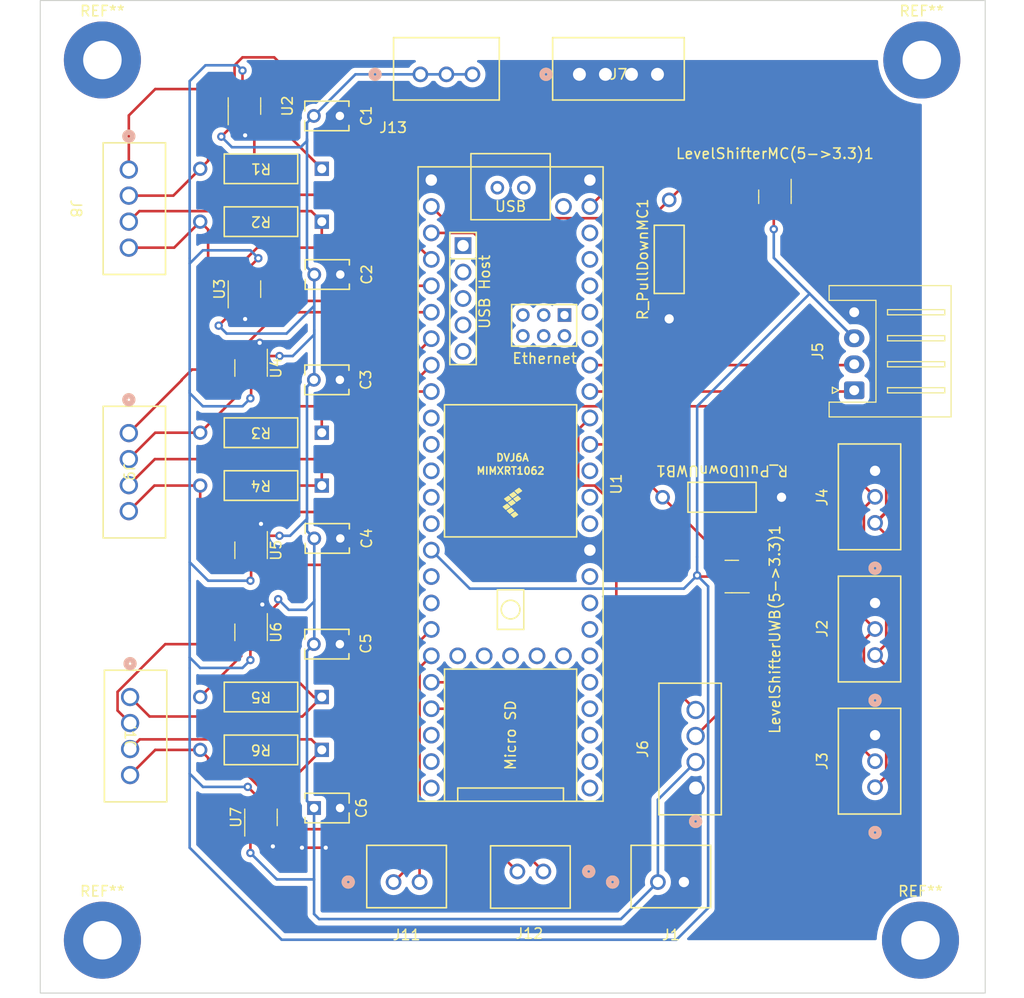
<source format=kicad_pcb>
(kicad_pcb (version 20221018) (generator pcbnew)
  (layers (0 "F.Cu" signal) (31 "B.Cu" signal) (34 "B.Paste" user) (35 "F.Paste" user) (36 "B.SilkS" user "B.Silkscreen") (37 "F.SilkS" user "F.Silkscreen") (38 "B.Mask" user) (39 "F.Mask" user) (44 "Edge.Cuts" user))
  (net 0 "")
  (net 1 "+3.3V")
  (net 2 "+5V")
  (net 3 "GND")
  (net 4 "/A")
  (net 5 "/A'")
  (net 6 "/B")
  (net 7 "/B'")
  (net 8 "/A1")
  (net 9 "/A1'")
  (net 10 "/B1")
  (net 11 "/B1'")
  (net 12 "/A2")
  (net 13 "/A2'")
  (net 14 "/B2")
  (net 15 "/B2'")
  (net 16 "/RX")
  (net 17 "/TX")
  (net 18 "/SDA")
  (net 19 "/SCL")
  (net 20 "/RX1")
  (net 21 "/TX1")
  (net 25 "Net-(LevelShifterMC(5->3.3)1-S)")
  (net 26 "Net-(LevelShifterUWB(5->3.3)1-S)")
  (net 27 "/WCLK1")
  (net 28 "/WDAT1")
  (net 29 "/WCLK2")
  (net 30 "/WDAT2")
  (net 31 "/EncA")
  (net 32 "/EncB")
  (net 33 "/Enc1A")
  (net 34 "/Enc1B")
  (net 35 "/Enc2A")
  (net 36 "/Enc2B")
  (footprint "teensy:4pinJST" (layer "F.Cu") (at 165.844 120.378 90)
    (fp_text reference "J6")
    (fp_text value "UWB1" hide)
  )
  (footprint "Connector_JST:JST_XH_S4B-XH-A_1x04_P2.50mm_Horizontal" (layer "F.Cu") (at 181.084 82.158 90)
    (fp_text reference "J5")
    (fp_text value "CurrSB" hide)
  )
  (footprint "teensy:100ohmRnew" (layer "F.Cu") (at 129.921 86.233 180)
    (fp_text reference "R3")
    (fp_text value "100" hide)
  )
  (footprint "Package_TO_SOT_SMD:SOT-23-6" (layer "F.Cu") (at 122.489 72.4355 90)
    (fp_text reference "U3")
    (fp_text value "MAX3284E" hide)
  )
  (footprint "teensy:4pinJST" (layer "F.Cu") (at 111.379 60.953 -90)
    (fp_text reference "J8")
    (fp_text value "ENC1" hide)
  )
  (footprint "teensy:100ohmRnew" (layer "F.Cu") (at 129.921 91.313 180)
    (fp_text reference "R4")
    (fp_text value "100" hide)
  )
  (footprint "teensy:4pinJST" (layer "F.Cu") (at 111.499 111.633 -90)
    (fp_text reference "J10")
    (fp_text value "ENC3" hide)
  )
  (footprint "teensy:Teensy41" (layer "F.Cu") (at 148.064 91.168 -90)
    (fp_text reference "U1")
    (fp_text value "Teensy4.1")
  )
  (footprint "Package_TO_SOT_SMD:SOT-23" (layer "F.Cu") (at 173.464 63.5605 -90)
    (fp_text reference "LevelShifterMC(5->3.3)1")
    (fp_text value "BSS138" hide)
  )
  (footprint "teensy:0.1uFCap" (layer "F.Cu") (at 131.699 96.393 180)
    (fp_text reference "C4")
    (fp_text value "0.1u" hide)
  )
  (footprint "teensy:4pinJST" (layer "F.Cu") (at 111.379 86.273 -90)
    (fp_text reference "J9")
    (fp_text value "ENC2" hide)
  )
  (footprint "teensy:0.1uFCap" (layer "F.Cu") (at 131.659 55.793 180)
    (fp_text reference "C1")
    (fp_text value "0.1u" hide)
  )
  (footprint "Package_TO_SOT_SMD:SOT-23-6" (layer "F.Cu") (at 124.079 123.1955 90)
    (fp_text reference "U7")
    (fp_text value "MAX3284E" hide)
  )
  (footprint "Package_TO_SOT_SMD:SOT-23-6" (layer "F.Cu") (at 123.129 97.5305 -90)
    (fp_text reference "U5")
    (fp_text value "MAX3284E" hide)
  )
  (footprint "teensy:100ohmRnew" (layer "F.Cu") (at 129.921 111.633 180)
    (fp_text reference "R5")
    (fp_text value "100" hide)
  )
  (footprint "teensy:3pinJST" (layer "F.Cu") (at 183.08685 94.898 90)
    (fp_text reference "J4")
    (fp_text value "MC3" hide)
  )
  (footprint "teensy:100ohmRnew" (layer "F.Cu") (at 129.921 116.713 180)
    (fp_text reference "R6")
    (fp_text value "100" hide)
  )
  (footprint "teensy:4pinJST" (layer "F.Cu") (at 154.679 51.798)
    (fp_text reference "J7")
    (fp_text value "GND1" hide)
  )
  (footprint "teensy:2pinJST" (layer "F.Cu") (at 136.819 129.413)
    (fp_text reference "J11")
    (fp_text value "LoadCell1" hide)
  )
  (footprint "teensy:3pinJST" (layer "F.Cu") (at 183.08685 107.598 90)
    (fp_text reference "J2")
    (fp_text value "MC1" hide)
  )
  (footprint "teensy:3pinJST" (layer "F.Cu") (at 183.08685 120.298 90)
    (fp_text reference "J3")
    (fp_text value "MC2" hide)
  )
  (footprint "MountingHole:MountingHole_3.7mm_Pad" (layer "F.Cu") (at 108.839 50.419)
    (fp_text reference "REF**")
    (fp_text value "MountingHole_3.7mm_Pad")
  )
  (footprint "MountingHole:MountingHole_3.7mm_Pad" (layer "F.Cu") (at 187.579 50.419)
    (fp_text reference "REF**")
    (fp_text value "MountingHole_3.7mm_Pad")
  )
  (footprint "teensy:0.1uFCap" (layer "F.Cu") (at 129.179 122.301)
    (fp_text reference "C6")
    (fp_text value "0.1u" hide)
  )
  (footprint "teensy:100ohmRnew" (layer "F.Cu") (at 129.921 60.873 180)
    (fp_text reference "R1")
    (fp_text value "100" hide)
  )
  (footprint "teensy:2pinJST" (layer "F.Cu") (at 162.219 129.413)
    (fp_text reference "J1")
    (fp_text value "POWER" hide)
  )
  (footprint "teensy:10kOhmRes" (layer "F.Cu") (at 174.099 92.438 180)
    (fp_text reference "R_PullDownUWB1")
    (fp_text value "10k" hide)
  )
  (footprint "teensy:3pinJST" (layer "F.Cu") (at 139.399 51.798)
    (fp_text reference "J13")
    (fp_text value "5V1" hide)
  )
  (footprint "MountingHole:MountingHole_3.7mm_Pad" (layer "F.Cu") (at 108.839 135.001)
    (fp_text reference "REF**")
    (fp_text value "MountingHole_3.7mm_Pad")
  )
  (footprint "teensy:100ohmRnew" (layer "F.Cu") (at 129.921 65.953 180)
    (fp_text reference "R2")
    (fp_text value "100" hide)
  )
  (footprint "Package_TO_SOT_SMD:SOT-23" (layer "F.Cu") (at 169.3215 100.058 180)
    (fp_text reference "LevelShifterUWB(5->3.3)1")
    (fp_text value "BSS138" hide)
  )
  (footprint "teensy:10kOhmRes" (layer "F.Cu") (at 163.304 75.293 90)
    (fp_text reference "R_PullDownMC1")
    (fp_text value "10k" hide)
  )
  (footprint "MountingHole:MountingHole_3.7mm_Pad" (layer "F.Cu") (at 187.452 135.001)
    (fp_text reference "REF**")
    (fp_text value "MountingHole_3.7mm_Pad")
  )
  (footprint "teensy:2pinJST" (layer "F.Cu") (at 151.217 128.397 180)
    (fp_text reference "J12")
    (fp_text value "LoadCell2" hide)
  )
  (footprint "Package_TO_SOT_SMD:SOT-23-6" (layer "F.Cu") (at 122.489 54.843 90)
    (fp_text reference "U2")
    (fp_text value "MAX3284E" hide)
  )
  (footprint "Package_TO_SOT_SMD:SOT-23-6" (layer "F.Cu") (at 123.129 80.0155 -90)
    (fp_text reference "U4")
    (fp_text value "MAX3284E" hide)
  )
  (footprint "teensy:0.1uFCap" (layer "F.Cu") (at 131.659 81.153 180)
    (fp_text reference "C3")
    (fp_text value "0.1u" hide)
  )
  (footprint "Package_TO_SOT_SMD:SOT-23-6" (layer "F.Cu") (at 123.129 105.4155 -90)
    (fp_text reference "U6")
    (fp_text value "MAX3284E" hide)
  )
  (footprint "teensy:0.1uFCap" (layer "F.Cu") (at 131.659 106.553 180)
    (fp_text reference "C5")
    (fp_text value "0.1u" hide)
  )
  (footprint "teensy:0.1uFCap" (layer "F.Cu") (at 131.699 71.033 180)
    (fp_text reference "C2")
    (fp_text value "0.1u" hide)
  )
  (gr_rect (start 102.87 44.704) (end 193.675 140.081) (stroke (width 0.1)) (fill none) (layer "Edge.Cuts"))
  (segment (start 123.129 98.668) (end 123.129 100.391) (width 0.25) (layer "F.Cu") (net 1))
  (segment (start 123.129 100.391) (end 123.063 100.457) (width 0.25) (layer "F.Cu") (net 1))
  (segment (start 158.6215 61.5605) (end 155.684 64.498) (width 0.25) (layer "F.Cu") (net 1))
  (segment (start 168.384 100.058) (end 166.098 100.058) (width 0.25) (layer "F.Cu") (net 1))
  (segment (start 173.464 64.498) (end 173.464 62.159592) (width 0.25) (layer "F.Cu") (net 1))
  (segment (start 123.063 108.077) (end 123.063 106.619) (width 0.25) (layer "F.Cu") (net 1))
  (segment (start 123.129 81.153) (end 123.129 82.865) (width 0.25) (layer "F.Cu") (net 1))
  (segment (start 123.129 82.865) (end 123.063 82.931) (width 0.25) (layer "F.Cu") (net 1))
  (segment (start 122.301 53.5175) (end 122.489 53.7055) (width 0.25) (layer "F.Cu") (net 1))
  (segment (start 173.464 62.159592) (end 172.864908 61.5605) (width 0.25) (layer "F.Cu") (net 1))
  (segment (start 173.355 66.675) (end 173.355 64.607) (width 0.25) (layer "F.Cu") (net 1))
  (segment (start 173.355 64.607) (end 173.464 64.498) (width 0.25) (layer "F.Cu") (net 1))
  (segment (start 123.063 106.619) (end 123.129 106.553) (width 0.25) (layer "F.Cu") (net 1))
  (segment (start 122.301 51.435) (end 122.301 53.5175) (width 0.25) (layer "F.Cu") (net 1))
  (segment (start 124.079 121.539) (end 124.079 122.058) (width 0.25) (layer "F.Cu") (net 1))
  (segment (start 122.809 120.269) (end 124.079 121.539) (width 0.25) (layer "F.Cu") (net 1))
  (segment (start 172.864908 61.5605) (end 158.6215 61.5605) (width 0.25) (layer "F.Cu") (net 1))
  (segment (start 122.489 70.805) (end 123.825 69.469) (width 0.25) (layer "F.Cu") (net 1))
  (segment (start 122.489 71.298) (end 122.489 70.805) (width 0.25) (layer "F.Cu") (net 1))
  (segment (start 166.098 100.058) (end 165.989 99.949) (width 0.25) (layer "F.Cu") (net 1))
  (via (at 173.355 66.675) (size 0.8) (drill 0.4) (layers "F.Cu" "B.Cu") (net 1))
  (via (at 123.063 82.931) (size 0.8) (drill 0.4) (layers "F.Cu" "B.Cu") (net 1))
  (via (at 123.063 108.077) (size 0.8) (drill 0.4) (layers "F.Cu" "B.Cu") (net 1))
  (via (at 123.063 100.457) (size 0.8) (drill 0.4) (layers "F.Cu" "B.Cu") (net 1))
  (via (at 122.301 51.435) (size 0.8) (drill 0.4) (layers "F.Cu" "B.Cu") (net 1))
  (via (at 123.825 69.469) (size 0.8) (drill 0.4) (layers "F.Cu" "B.Cu") (net 1))
  (via (at 165.989 99.949) (size 0.8) (drill 0.4) (layers "F.Cu" "B.Cu") (net 1))
  (via (at 122.809 120.269) (size 0.8) (drill 0.4) (layers "F.Cu" "B.Cu") (net 1))
  (segment (start 117.2262 118.999) (end 117.2262 108.839) (width 0.25) (layer "B.Cu") (net 1))
  (segment (start 118.237 108.839) (end 117.2262 107.8282) (width 0.25) (layer "B.Cu") (net 1))
  (segment (start 117.2262 69.469) (end 117.2262 52.4458) (width 0.25) (layer "B.Cu") (net 1))
  (segment (start 144.145 101.219) (end 164.719 101.219) (width 0.25) (layer "B.Cu") (net 1))
  (segment (start 167.0453 101.0053) (end 165.989 99.949) (width 0.25) (layer "B.Cu") (net 1))
  (segment (start 165.989 98.171) (end 165.989 99.949) (width 0.25) (layer "B.Cu") (net 1))
  (segment (start 118.4962 120.269) (end 117.2262 118.999) (width 0.25) (layer "B.Cu") (net 1))
  (segment (start 164.002 134.956) (end 167.0453 131.9127) (width 0.25) (layer "B.Cu") (net 1))
  (segment (start 176.804 72.878) (end 165.989 83.693) (width 0.25) (layer "B.Cu") (net 1))
  (segment (start 167.0453 131.9127) (end 167.0453 101.0053) (width 0.25) (layer "B.Cu") (net 1))
  (segment (start 119.0042 100.457) (end 117.2262 98.679) (width 0.25) (layer "B.Cu") (net 1))
  (segment (start 117.2262 82.4282) (end 117.2262 82.169) (width 0.25) (layer "B.Cu") (net 1))
  (segment (start 121.793 50.927) (end 122.301 51.435) (width 0.25) (layer "B.Cu") (net 1))
  (segment (start 123.063 82.931) (end 122.301 83.693) (width 0.25) (layer "B.Cu") (net 1))
  (segment (start 123.063 68.707) (end 123.825 69.469) (width 0.25) (layer "B.Cu") (net 1))
  (segment (start 118.4962 68.707) (end 123.063 68.707) (width 0.25) (layer "B.Cu") (net 1))
  (segment (start 164.719 101.219) (end 165.989 99.949) (width 0.25) (layer "B.Cu") (net 1))
  (segment (start 117.2262 126.1162) (end 126.066 134.956) (width 0.25) (layer "B.Cu") (net 1))
  (segment (start 123.063 108.077) (end 122.301 108.839) (width 0.25) (layer "B.Cu") (net 1))
  (segment (start 176.804 72.878) (end 173.355 69.429) (width 0.25) (layer "B.Cu") (net 1))
  (segment (start 117.2262 118.999) (end 117.2262 126.1162) (width 0.25) (layer "B.Cu") (net 1))
  (segment (start 117.2262 82.169) (end 117.2262 69.977) (width 0.25) (layer "B.Cu") (net 1))
  (segment (start 123.063 100.457) (end 119.0042 100.457) (width 0.25) (layer "B.Cu") (net 1))
  (segment (start 118.745 50.927) (end 121.793 50.927) (width 0.25) (layer "B.Cu") (net 1))
  (segment (start 122.301 83.693) (end 118.491 83.693) (width 0.25) (layer "B.Cu") (net 1))
  (segment (start 140.444 97.518) (end 144.145 101.219) (width 0.25) (layer "B.Cu") (net 1))
  (segment (start 122.809 120.269) (end 118.4962 120.269) (width 0.25) (layer "B.Cu") (net 1))
  (segment (start 117.2262 108.839) (end 117.2262 107.823) (width 0.25) (layer "B.Cu") (net 1))
  (segment (start 117.2262 52.4458) (end 118.745 50.927) (width 0.25) (layer "B.Cu") (net 1))
  (segment (start 181.084 77.158) (end 176.804 72.878) (width 0.25) (layer "B.Cu") (net 1))
  (segment (start 173.355 69.429) (end 173.355 66.675) (width 0.25) (layer "B.Cu") (net 1))
  (segment (start 165.989 100.203) (end 165.989 99.949) (width 0.25) (layer "B.Cu") (net 1))
  (segment (start 117.2262 100.457) (end 117.2262 98.679) (width 0.25) (layer "B.Cu") (net 1))
  (segment (start 117.2262 83.185) (end 117.2262 82.169) (width 0.25) (layer "B.Cu") (net 1))
  (segment (start 165.989 83.693) (end 165.989 98.171) (width 0.25) (layer "B.Cu") (net 1))
  (segment (start 117.2262 69.977) (end 117.2262 69.469) (width 0.25) (layer "B.Cu") (net 1))
  (segment (start 117.2262 69.977) (end 118.4962 68.707) (width 0.25) (layer "B.Cu") (net 1))
  (segment (start 122.301 108.839) (end 118.237 108.839) (width 0.25) (layer "B.Cu") (net 1))
  (segment (start 117.2262 107.8282) (end 117.2262 107.823) (width 0.25) (layer "B.Cu") (net 1))
  (segment (start 117.2262 107.823) (end 117.2262 100.457) (width 0.25) (layer "B.Cu") (net 1))
  (segment (start 117.2262 98.679) (end 117.2262 83.185) (width 0.25) (layer "B.Cu") (net 1))
  (segment (start 118.491 83.693) (end 117.2262 82.4282) (width 0.25) (layer "B.Cu") (net 1))
  (segment (start 126.066 134.956) (end 164.002 134.956) (width 0.25) (layer "B.Cu") (net 1))
  (segment (start 125.857 96.139) (end 124.333 96.139) (width 0.25) (layer "F.Cu") (net 2))
  (segment (start 121.539 74.422) (end 121.539 73.573) (width 0.25) (layer "F.Cu") (net 2))
  (segment (start 123.063 124.399) (end 123.129 124.333) (width 0.25) (layer "F.Cu") (net 2))
  (segment (start 121.539 55.9805) (end 121.539 56.515) (width 0.25) (layer "F.Cu") (net 2))
  (segment (start 125.857 78.867) (end 124.09 78.867) (width 0.25) (layer "F.Cu") (net 2))
  (segment (start 120.015 75.946) (end 121.539 74.422) (width 0.25) (layer "F.Cu") (net 2))
  (segment (start 124.333 96.139) (end 124.079 96.393) (width 0.25) (layer "F.Cu") (net 2))
  (segment (start 124.09 78.867) (end 124.079 78.878) (width 0.25) (layer "F.Cu") (net 2))
  (segment (start 121.539 56.515) (end 120.269 57.785) (width 0.25) (layer "F.Cu") (net 2))
  (segment (start 124.079 104.278) (end 125.73 102.627) (width 0.25) (layer "F.Cu") (net 2))
  (segment (start 123.063 126.619) (end 123.063 124.399) (width 0.25) (layer "F.Cu") (net 2))
  (segment (start 125.73 102.627) (end 125.73 102.235) (width 0.25) (layer "F.Cu") (net 2))
  (via (at 120.015 75.946) (size 0.8) (drill 0.4) (layers "F.Cu" "B.Cu") (net 2))
  (via (at 125.73 102.235) (size 0.8) (drill 0.4) (layers "F.Cu" "B.Cu") (net 2))
  (via (at 125.857 78.867) (size 0.8) (drill 0.4) (layers "F.Cu" "B.Cu") (net 2))
  (via (at 123.063 126.619) (size 0.8) (drill 0.4) (layers "F.Cu" "B.Cu") (net 2))
  (via (at 120.269 57.785) (size 0.8) (drill 0.4) (layers "F.Cu" "B.Cu") (net 2))
  (via (at 125.857 96.139) (size 0.8) (drill 0.4) (layers "F.Cu" "B.Cu") (net 2))
  (segment (start 128.4986 107.2134) (end 128.4986 121.6206) (width 0.25) (layer "B.Cu") (net 2))
  (segment (start 128.4986 121.6206) (end 129.179 122.301) (width 0.25) (layer "B.Cu") (net 2))
  (segment (start 129.179 122.301) (end 129.179 129.159) (width 0.25) (layer "B.Cu") (net 2))
  (segment (start 126.532 76.708) (end 129.199 74.041) (width 0.25) (layer "B.Cu") (net 2))
  (segment (start 128.4986 95.6926) (end 129.199 96.393) (width 0.25) (layer "B.Cu") (net 2))
  (segment (start 129.199 81.113) (end 129.159 81.153) (width 0.25) (layer "B.Cu") (net 2))
  (segment (start 133.154 51.798) (end 129.159 55.793) (width 0.25) (layer "B.Cu") (net 2))
  (segment (start 129.199 76.327) (end 129.199 78.359) (width 0.25) (layer "B.Cu") (net 2))
  (segment (start 162.219 129.413) (end 162.219 121.503) (width 0.25) (layer "B.Cu") (net 2))
  (segment (start 128.4986 81.8134) (end 128.4986 94.361) (width 0.25) (layer "B.Cu") (net 2))
  (segment (start 129.159 81.153) (end 128.4986 81.8134) (width 0.25) (layer "B.Cu") (net 2))
  (segment (start 126.746 103.251) (end 125.73 102.235) (width 0.25) (layer "B.Cu") (net 2))
  (segment (start 121.285 58.801) (end 120.269 57.785) (width 0.25) (layer "B.Cu") (net 2))
  (segment (start 128.4986 70.3326) (end 129.199 71.033) (width 0.25) (layer "B.Cu") (net 2))
  (segment (start 129.199 102.235) (end 129.199 102.743) (width 0.25) (layer "B.Cu") (net 2))
  (segment (start 129.199 76.327) (end 129.199 76.795) (width 0.25) (layer "B.Cu") (net 2))
  (segment (start 129.159 106.553) (end 128.4986 107.2134) (width 0.25) (layer "B.Cu") (net 2))
  (segment (start 129.199 102.235) (end 129.199 102.449) (width 0.25) (layer "B.Cu") (net 2))
  (segment (start 139.399 51.798) (end 133.154 51.798) (width 0.25) (layer "B.Cu") (net 2))
  (segment (start 128.4986 56.4534) (end 128.4986 58.039) (width 0.25) (layer "B.Cu") (net 2))
  (segment (start 120.015 75.946) (end 120.777 76.708) (width 0.25) (layer "B.Cu") (net 2))
  (segment (start 139.399 51.798) (end 141.899 51.798) (width 0.25) (layer "B.Cu") (net 2))
  (segment (start 129.199 71.033) (end 129.199 74.041) (width 0.25) (layer "B.Cu") (net 2))
  (segment (start 128.4986 58.1914) (end 127.889 58.801) (width 0.25) (layer "B.Cu") (net 2))
  (segment (start 129.199 96.393) (end 129.199 102.235) (width 0.25) (layer "B.Cu") (net 2))
  (segment (start 129.199 78.359) (end 129.199 81.113) (width 0.25) (layer "B.Cu") (net 2))
  (segment (start 129.199 102.743) (end 129.199 106.513) (width 0.25) (layer "B.Cu") (net 2))
  (segment (start 129.199 74.041) (end 129.199 74.295) (width 0.25) (layer "B.Cu") (net 2))
  (segment (start 129.179 132.481) (end 129.667 132.969) (width 0.25) (layer "B.Cu") (net 2))
  (segment (start 129.199 74.295) (end 129.199 76.327) (width 0.25) (layer "B.Cu") (net 2))
  (segment (start 128.4986 58.039) (end 128.4986 58.1914) (width 0.25) (layer "B.Cu") (net 2))
  (segment (start 129.179 129.159) (end 125.603 129.159) (width 0.25) (layer "B.Cu") (net 2))
  (segment (start 126.873 96.139) (end 125.857 96.139) (width 0.25) (layer "B.Cu") (net 2))
  (segment (start 120.777 76.708) (end 126.532 76.708) (width 0.25) (layer "B.Cu") (net 2))
  (segment (start 128.4986 94.361) (end 128.4986 95.6926) (width 0.25) (layer "B.Cu") (net 2))
  (segment (start 127.127 78.867) (end 125.857 78.867) (width 0.25) (layer "B.Cu") (net 2))
  (segment (start 141.899 51.798) (end 144.399 51.798) (width 0.25) (layer "B.Cu") (net 2))
  (segment (start 128.4986 94.5134) (end 126.873 96.139) (width 0.25) (layer "B.Cu") (net 2))
  (segment (start 129.159 55.793) (end 128.4986 56.4534) (width 0.25) (layer "B.Cu") (net 2))
  (segment (start 128.4986 58.039) (end 128.4986 58.293) (width 0.25) (layer "B.Cu") (net 2))
  (segment (start 129.199 106.513) (end 129.159 106.553) (width 0.25) (layer "B.Cu") (net 2))
  (segment (start 158.663 132.969) (end 162.219 129.413) (width 0.25) (layer "B.Cu") (net 2))
  (segment (start 127.889 58.801) (end 121.285 58.801) (width 0.25) (layer "B.Cu") (net 2))
  (segment (start 128.4986 58.293) (end 128.4986 70.3326) (width 0.25) (layer "B.Cu") (net 2))
  (segment (start 129.667 132.969) (end 158.663 132.969) (width 0.25) (layer "B.Cu") (net 2))
  (segment (start 129.199 102.449) (end 128.397 103.251) (width 0.25) (layer "B.Cu") (net 2))
  (segment (start 125.603 129.159) (end 123.063 126.619) (width 0.25) (layer "B.Cu") (net 2))
  (segment (start 129.199 76.795) (end 127.127 78.867) (width 0.25) (layer "B.Cu") (net 2))
  (segment (start 162.219 121.503) (end 165.844 117.878) (width 0.25) (layer "B.Cu") (net 2))
  (segment (start 129.179 129.159) (end 129.179 132.481) (width 0.25) (layer "B.Cu") (net 2))
  (segment (start 128.397 103.251) (end 126.746 103.251) (width 0.25) (layer "B.Cu") (net 2))
  (segment (start 128.4986 94.361) (end 128.4986 94.5134) (width 0.25) (layer "B.Cu") (net 2))
  (segment (start 123.129 78.878) (end 123.129 78.42) (width 0.25) (layer "F.Cu") (net 3))
  (segment (start 123.129 78.42) (end 123.952 77.597) (width 0.25) (layer "F.Cu") (net 3))
  (segment (start 123.129 96.393) (end 123.129 95.946) (width 0.25) (layer "F.Cu") (net 3))
  (segment (start 123.129 95.946) (end 124.079 94.996) (width 0.25) (layer "F.Cu") (net 3))
  (segment (start 124.079 124.841) (end 125.222 125.984) (width 0.25) (layer "F.Cu") (net 3))
  (segment (start 123.129 104.278) (end 123.129 103.82) (width 0.25) (layer "F.Cu") (net 3))
  (segment (start 124.079 124.333) (end 124.079 124.841) (width 0.25) (layer "F.Cu") (net 3))
  (segment (start 122.489 75.245) (end 122.489 73.573) (width 0.25) (layer "F.Cu") (net 3))
  (segment (start 128.016 126.111) (end 130.302 126.111) (width 0.25) (layer "F.Cu") (net 3))
  (segment (start 122.489 57.592) (end 122.555 57.658) (width 0.25) (layer "F.Cu") (net 3))
  (segment (start 122.489 55.9805) (end 122.489 57.592) (width 0.25) (layer "F.Cu") (net 3))
  (segment (start 123.129 103.82) (end 124.206 102.743) (width 0.25) (layer "F.Cu") (net 3))
  (segment (start 122.555 75.311) (end 122.489 75.245) (width 0.25) (layer "F.Cu") (net 3))
  (via (at 123.952 77.597) (size 0.8) (drill 0.4) (layers "F.Cu" "B.Cu") (net 3))
  (via (at 128.016 126.111) (size 0.8) (drill 0.4) (layers "F.Cu" "B.Cu") (net 3))
  (via (at 122.555 75.311) (size 0.8) (drill 0.4) (layers "F.Cu" "B.Cu") (net 3))
  (via (at 124.206 102.743) (size 0.8) (drill 0.4) (layers "F.Cu" "B.Cu") (net 3))
  (via (at 122.555 57.658) (size 0.8) (drill 0.4) (layers "F.Cu" "B.Cu") (net 3))
  (via (at 124.079 94.996) (size 0.8) (drill 0.4) (layers "F.Cu" "B.Cu") (net 3))
  (via (at 125.222 125.984) (size 0.8) (drill 0.4) (layers "F.Cu" "B.Cu") (net 3))
  (via (at 130.302 126.111) (size 0.8) (drill 0.4) (layers "F.Cu" "B.Cu") (net 3))
  (segment (start 111.379 60.953) (end 111.379 55.753) (width 0.25) (layer "F.Cu") (net 4))
  (segment (start 121.539 50.927) (end 122.301 50.165) (width 0.25) (layer "F.Cu") (net 4))
  (segment (start 121.539 53.7055) (end 121.539 50.927) (width 0.25) (layer "F.Cu") (net 4))
  (segment (start 126.619 51.435) (end 126.619 57.571) (width 0.25) (layer "F.Cu") (net 4))
  (segment (start 125.349 50.165) (end 126.619 51.435) (width 0.25) (layer "F.Cu") (net 4))
  (segment (start 126.619 57.571) (end 129.921 60.873) (width 0.25) (layer "F.Cu") (net 4))
  (segment (start 111.379 55.753) (end 113.919 53.213) (width 0.25) (layer "F.Cu") (net 4))
  (segment (start 121.0465 53.213) (end 121.539 53.7055) (width 0.25) (layer "F.Cu") (net 4))
  (segment (start 122.301 50.165) (end 125.349 50.165) (width 0.25) (layer "F.Cu") (net 4))
  (segment (start 113.919 53.213) (end 121.0465 53.213) (width 0.25) (layer "F.Cu") (net 4))
  (segment (start 115.657 63.453) (end 118.237 60.873) (width 0.25) (layer "F.Cu") (net 5))
  (segment (start 118.999 55.753) (end 120.059 54.693) (width 0.25) (layer "F.Cu") (net 5))
  (segment (start 123.113999 54.693) (end 123.439 54.367999) (width 0.25) (layer "F.Cu") (net 5))
  (segment (start 118.999 60.111) (end 118.999 55.753) (width 0.25) (layer "F.Cu") (net 5))
  (segment (start 111.379 63.453) (end 115.657 63.453) (width 0.25) (layer "F.Cu") (net 5))
  (segment (start 118.237 60.873) (end 118.999 60.111) (width 0.25) (layer "F.Cu") (net 5))
  (segment (start 123.439 54.367999) (end 123.439 53.7055) (width 0.25) (layer "F.Cu") (net 5))
  (segment (start 120.059 54.693) (end 123.113999 54.693) (width 0.25) (layer "F.Cu") (net 5))
  (segment (start 112.3898 64.9422) (end 128.9102 64.9422) (width 0.25) (layer "F.Cu") (net 6))
  (segment (start 123.721501 68.453) (end 129.159 68.453) (width 0.25) (layer "F.Cu") (net 6))
  (segment (start 129.921 67.691) (end 129.921 65.953) (width 0.25) (layer "F.Cu") (net 6))
  (segment (start 128.9102 64.9422) (end 129.921 65.953) (width 0.25) (layer "F.Cu") (net 6))
  (segment (start 121.539 70.635501) (end 123.721501 68.453) (width 0.25) (layer "F.Cu") (net 6))
  (segment (start 129.159 68.453) (end 129.921 67.691) (width 0.25) (layer "F.Cu") (net 6))
  (segment (start 111.379 65.953) (end 112.3898 64.9422) (width 0.25) (layer "F.Cu") (net 6))
  (segment (start 121.539 71.298) (end 121.539 70.635501) (width 0.25) (layer "F.Cu") (net 6))
  (segment (start 111.379 68.453) (end 115.737 68.453) (width 0.25) (layer "F.Cu") (net 7))
  (segment (start 118.999 70.993) (end 120.5915 72.5855) (width 0.25) (layer "F.Cu") (net 7))
  (segment (start 118.237 65.953) (end 118.999 66.715) (width 0.25) (layer "F.Cu") (net 7))
  (segment (start 123.4315 72.5855) (end 123.439 72.578) (width 0.25) (layer "F.Cu") (net 7))
  (segment (start 118.999 66.715) (end 118.999 70.993) (width 0.25) (layer "F.Cu") (net 7))
  (segment (start 120.5915 72.5855) (end 123.4315 72.5855) (width 0.25) (layer "F.Cu") (net 7))
  (segment (start 115.737 68.453) (end 118.237 65.953) (width 0.25) (layer "F.Cu") (net 7))
  (segment (start 123.439 72.578) (end 123.439 71.298) (width 0.25) (layer "F.Cu") (net 7))
  (segment (start 116.459 81.193) (end 116.459 81.153) (width 0.25) (layer "F.Cu") (net 8))
  (segment (start 116.459 81.153) (end 117.4465 80.1655) (width 0.25) (layer "F.Cu") (net 8))
  (segment (start 124.079 81.153) (end 126.619 83.693) (width 0.25) (layer "F.Cu") (net 8))
  (segment (start 123.753999 80.1655) (end 124.079 80.490501) (width 0.25) (layer "F.Cu") (net 8))
  (segment (start 117.4465 80.1655) (end 123.753999 80.1655) (width 0.25) (layer "F.Cu") (net 8))
  (segment (start 129.159 83.693) (end 129.921 84.455) (width 0.25) (layer "F.Cu") (net 8))
  (segment (start 111.379 86.273) (end 116.459 81.193) (width 0.25) (layer "F.Cu") (net 8))
  (segment (start 126.619 83.693) (end 129.159 83.693) (width 0.25) (layer "F.Cu") (net 8))
  (segment (start 129.921 84.455) (end 129.921 86.233) (width 0.25) (layer "F.Cu") (net 8))
  (segment (start 124.079 80.490501) (end 124.079 81.153) (width 0.25) (layer "F.Cu") (net 8))
  (segment (start 111.379 88.773) (end 113.919 86.233) (width 0.25) (layer "F.Cu") (net 9))
  (segment (start 113.919 86.233) (end 118.237 86.233) (width 0.25) (layer "F.Cu") (net 9))
  (segment (start 122.179 82.291) (end 122.179 81.153) (width 0.25) (layer "F.Cu") (net 9))
  (segment (start 118.237 86.233) (end 122.179 82.291) (width 0.25) (layer "F.Cu") (net 9))
  (segment (start 124.079 98.005501) (end 123.453999 97.3805) (width 0.25) (layer "F.Cu") (net 10))
  (segment (start 111.379 91.273) (end 113.879 88.773) (width 0.25) (layer "F.Cu") (net 10))
  (segment (start 121.828092 97.3805) (end 121.539 97.091408) (width 0.25) (layer "F.Cu") (net 10))
  (segment (start 121.539 93.853) (end 124.079 91.313) (width 0.25) (layer "F.Cu") (net 10))
  (segment (start 123.453999 97.3805) (end 121.828092 97.3805) (width 0.25) (layer "F.Cu") (net 10))
  (segment (start 121.539 97.091408) (end 121.539 93.853) (width 0.25) (layer "F.Cu") (net 10))
  (segment (start 124.079 91.313) (end 129.921 91.313) (width 0.25) (layer "F.Cu") (net 10))
  (segment (start 124.079 99.056408) (end 124.079 98.668) (width 0.25) (layer "F.Cu") (net 10))
  (segment (start 124.079 98.668) (end 124.079 98.005501) (width 0.25) (layer "F.Cu") (net 10))
  (segment (start 129.159 88.773) (end 129.921 89.535) (width 0.25) (layer "F.Cu") (net 10))
  (segment (start 113.879 88.773) (end 129.159 88.773) (width 0.25) (layer "F.Cu") (net 10))
  (segment (start 129.921 89.535) (end 129.921 91.313) (width 0.25) (layer "F.Cu") (net 10))
  (segment (start 113.839 91.313) (end 118.237 91.313) (width 0.25) (layer "F.Cu") (net 11))
  (segment (start 111.379 93.773) (end 113.839 91.313) (width 0.25) (layer "F.Cu") (net 11))
  (segment (start 118.237 91.313) (end 118.237 94.726) (width 0.25) (layer "F.Cu") (net 11))
  (segment (start 118.237 94.726) (end 122.179 98.668) (width 0.25) (layer "F.Cu") (net 11))
  (segment (start 113.371512 113.505512) (end 128.048488 113.505512) (width 0.25) (layer "F.Cu") (net 12))
  (segment (start 129.921 111.633) (end 129.159 111.633) (width 0.25) (layer "F.Cu") (net 12))
  (segment (start 129.159 111.633) (end 124.079 106.553) (width 0.25) (layer "F.Cu") (net 12))
  (segment (start 111.499 111.633) (end 113.371512 113.505512) (width 0.25) (layer "F.Cu") (net 12))
  (segment (start 128.048488 113.505512) (end 129.921 111.633) (width 0.25) (layer "F.Cu") (net 12))
  (segment (start 118.237 111.633) (end 122.179 107.691) (width 0.25) (layer "F.Cu") (net 13))
  (segment (start 110.2977 112.9317) (end 110.2977 111.135405) (width 0.25) (layer "F.Cu") (net 13))
  (segment (start 110.2977 111.135405) (end 114.880105 106.553) (width 0.25) (layer "F.Cu") (net 13))
  (segment (start 114.880105 106.553) (end 122.179 106.553) (width 0.25) (layer "F.Cu") (net 13))
  (segment (start 111.499 114.133) (end 110.2977 112.9317) (width 0.25) (layer "F.Cu") (net 13))
  (segment (start 122.179 107.691) (end 122.179 106.553) (width 0.25) (layer "F.Cu") (net 13))
  (segment (start 123.754001 123.3455) (end 125.6315 123.3455) (width 0.25) (layer "F.Cu") (net 14))
  (segment (start 111.499 116.633) (end 112.4298 115.7022) (width 0.25) (layer "F.Cu") (net 14))
  (segment (start 123.129 122.720499) (end 123.754001 123.3455) (width 0.25) (layer "F.Cu") (net 14))
  (segment (start 112.4298 115.7022) (end 128.9102 115.7022) (width 0.25) (layer "F.Cu") (net 14))
  (segment (start 126.619 120.015) (end 129.921 116.713) (width 0.25) (layer "F.Cu") (net 14))
  (segment (start 125.6315 123.3455) (end 126.619 122.358) (width 0.25) (layer "F.Cu") (net 14))
  (segment (start 126.619 122.358) (end 126.619 120.015) (width 0.25) (layer "F.Cu") (net 14))
  (segment (start 123.129 122.058) (end 123.129 122.720499) (width 0.25) (layer "F.Cu") (net 14))
  (segment (start 128.9102 115.7022) (end 129.921 116.713) (width 0.25) (layer "F.Cu") (net 14))
  (segment (start 125.029 121.395501) (end 125.029 122.058) (width 0.25) (layer "F.Cu") (net 15))
  (segment (start 122.886499 119.253) (end 125.029 121.395501) (width 0.25) (layer "F.Cu") (net 15))
  (segment (start 118.237 116.713) (end 118.999 117.475) (width 0.25) (layer "F.Cu") (net 15))
  (segment (start 111.499 119.133) (end 113.919 116.713) (width 0.25) (layer "F.Cu") (net 15))
  (segment (start 119.507 119.253) (end 122.886499 119.253) (width 0.25) (layer "F.Cu") (net 15))
  (segment (start 113.919 116.713) (end 118.237 116.713) (width 0.25) (layer "F.Cu") (net 15))
  (segment (start 118.999 118.745) (end 119.507 119.253) (width 0.25) (layer "F.Cu") (net 15))
  (segment (start 118.999 117.475) (end 118.999 118.745) (width 0.25) (layer "F.Cu") (net 15))
  (segment (start 183.624 71.833) (end 183.624 84.818) (width 0.25) (layer "F.Cu") (net 16))
  (segment (start 183.624 84.818) (end 184.16115 85.35515) (width 0.25) (layer "F.Cu") (net 16))
  (segment (start 184.16115 93.9037) (end 183.08685 94.978) (width 0.25) (layer "F.Cu") (net 16))
  (segment (start 184.16115 93.8237) (end 183.08685 94.898) (width 0.25) (layer "F.Cu") (net 16))
  (segment (start 184.16115 106.5237) (end 183.08685 107.598) (width 0.25) (layer "F.Cu") (net 16))
  (segment (start 183.08685 107.598) (end 184.16115 108.6723) (width 0.25) (layer "F.Cu") (net 16))
  (segment (start 184.16115 108.6723) (end 184.16115 119.2237) (width 0.25) (layer "F.Cu") (net 16))
  (segment (start 184.16115 96.0523) (end 184.16115 106.5237) (width 0.25) (layer "F.Cu") (net 16))
  (segment (start 184.16115 119.2237) (end 183.08685 120.298) (width 0.25) (layer "F.Cu") (net 16))
  (segment (start 174.414 62.623) (end 183.624 71.833) (width 0.25) (layer "F.Cu") (net 16))
  (segment (start 183.08685 94.978) (end 184.16115 96.0523) (width 0.25) (layer "F.Cu") (net 16))
  (segment (start 184.16115 85.35515) (end 184.16115 93.8237) (width 0.25) (layer "F.Cu") (net 16))
  (segment (start 183.08685 117.798) (end 182.01255 116.7237) (width 0.25) (layer "F.Cu") (net 17))
  (segment (start 182.01255 116.7237) (end 182.01255 106.1723) (width 0.25) (layer "F.Cu") (net 17))
  (segment (start 144.5256 67.038) (end 145.524 68.0364) (width 0.25) (layer "F.Cu") (net 17))
  (segment (start 152.019 83.693) (end 174.38185 83.693) (width 0.25) (layer "F.Cu") (net 17))
  (segment (start 174.38185 83.693) (end 183.08685 92.398) (width 0.25) (layer "F.Cu") (net 17))
  (segment (start 182.01255 93.4723) (end 183.08685 92.398) (width 0.25) (layer "F.Cu") (net 17))
  (segment (start 145.524 68.0364) (end 145.524 77.198) (width 0.25) (layer "F.Cu") (net 17))
  (segment (start 140.444 67.038) (end 144.5256 67.038) (width 0.25) (layer "F.Cu") (net 17))
  (segment (start 182.01255 104.0237) (end 182.01255 93.4723) (width 0.25) (layer "F.Cu") (net 17))
  (segment (start 145.524 77.198) (end 152.019 83.693) (width 0.25) (layer "F.Cu") (net 17))
  (segment (start 183.08685 105.098) (end 182.01255 104.0237) (width 0.25) (layer "F.Cu") (net 17))
  (segment (start 182.01255 106.1723) (end 183.08685 105.098) (width 0.25) (layer "F.Cu") (net 17))
  (segment (start 180.964 82.278) (end 181.084 82.158) (width 0.25) (layer "F.Cu") (net 18))
  (segment (start 155.684 82.278) (end 180.964 82.278) (width 0.25) (layer "F.Cu") (net 18))
  (segment (start 181.004 79.738) (end 181.084 79.658) (width 0.25) (layer "F.Cu") (net 19))
  (segment (start 155.684 79.738) (end 181.004 79.738) (width 0.25) (layer "F.Cu") (net 19))
  (segment (start 170.259 110.963) (end 165.844 115.378) (width 0.25) (layer "F.Cu") (net 20))
  (segment (start 170.259 101.008) (end 170.259 110.963) (width 0.25) (layer "F.Cu") (net 20))
  (segment (start 158.224 93.387009) (end 158.224 105.258) (width 0.25) (layer "F.Cu") (net 21))
  (segment (start 154.559 85.943) (end 154.559 91.313) (width 0.25) (layer "F.Cu") (net 21))
  (segment (start 156.149991 91.313) (end 158.224 93.387009) (width 0.25) (layer "F.Cu") (net 21))
  (segment (start 154.559 91.313) (end 156.149991 91.313) (width 0.25) (layer "F.Cu") (net 21))
  (segment (start 158.224 105.258) (end 165.844 112.878) (width 0.25) (layer "F.Cu") (net 21))
  (segment (start 155.684 84.818) (end 154.559 85.943) (width 0.25) (layer "F.Cu") (net 21))
  (segment (start 164.544 62.623) (end 172.514 62.623) (width 0.25) (layer "F.Cu") (net 25))
  (segment (start 161.544 65.623) (end 163.304 63.863) (width 0.25) (layer "F.Cu") (net 25))
  (segment (start 141.569 65.623) (end 161.544 65.623) (width 0.25) (layer "F.Cu") (net 25))
  (segment (start 140.444 64.498) (end 141.569 65.623) (width 0.25) (layer "F.Cu") (net 25))
  (segment (start 163.304 63.863) (end 164.544 62.623) (width 0.25) (layer "F.Cu") (net 25))
  (segment (start 157.589 87.358) (end 162.669 92.438) (width 0.25) (layer "F.Cu") (net 26))
  (segment (start 155.684 87.358) (end 157.589 87.358) (width 0.25) (layer "F.Cu") (net 26))
  (segment (start 169.339 99.108) (end 170.259 99.108) (width 0.25) (layer "F.Cu") (net 26))
  (segment (start 162.669 92.438) (end 169.339 99.108) (width 0.25) (layer "F.Cu") (net 26))
  (segment (start 138.303 106.553) (end 139.029 106.553) (width 0.25) (layer "F.Cu") (net 27))
  (segment (start 136.819 129.413) (end 138.303 127.929) (width 0.25) (layer "F.Cu") (net 27))
  (segment (start 138.303 127.929) (end 138.303 106.553) (width 0.25) (layer "F.Cu") (net 27))
  (segment (start 139.029 106.553) (end 140.444 105.138) (width 0.25) (layer "F.Cu") (net 27))
  (segment (start 139.319 129.413) (end 139.319 108.803) (width 0.25) (layer "F.Cu") (net 28))
  (segment (start 139.319 108.803) (end 140.444 107.678) (width 0.25) (layer "F.Cu") (net 28))
  (segment (start 142.222 110.218) (end 140.444 110.218) (width 0.25) (layer "F.Cu") (net 29))
  (segment (start 151.217 128.397) (end 143.129 120.309) (width 0.25) (layer "F.Cu") (net 29))
  (segment (start 143.129 111.125) (end 142.222 110.218) (width 0.25) (layer "F.Cu") (net 29))
  (segment (start 143.129 120.309) (end 143.129 111.125) (width 0.25) (layer "F.Cu") (net 29))
  (segment (start 148.717 128.397) (end 142.367 122.047) (width 0.25) (layer "F.Cu") (net 30))
  (segment (start 142.367 122.047) (end 142.367 113.157) (width 0.25) (layer "F.Cu") (net 30))
  (segment (start 142.367 113.157) (end 141.968 112.758) (width 0.25) (layer "F.Cu") (net 30))
  (segment (start 141.968 112.758) (end 140.444 112.758) (width 0.25) (layer "F.Cu") (net 30))
  (segment (start 124.079 63.373) (end 134.239 63.373) (width 0.25) (layer "F.Cu") (net 31))
  (segment (start 123.439 62.733) (end 124.079 63.373) (width 0.25) (layer "F.Cu") (net 31))
  (segment (start 123.439 55.9805) (end 123.439 62.733) (width 0.25) (layer "F.Cu") (net 31))
  (segment (start 134.239 63.373) (end 140.444 69.578) (width 0.25) (layer "F.Cu") (net 31))
  (segment (start 123.439 74.213) (end 123.439 73.573) (width 0.25) (layer "F.Cu") (net 32))
  (segment (start 136.739 73.573) (end 138.194 72.118) (width 0.25) (layer "F.Cu") (net 32))
  (segment (start 123.439 73.573) (end 136.739 73.573) (width 0.25) (layer "F.Cu") (net 32))
  (segment (start 138.194 72.118) (end 140.444 72.118) (width 0.25) (layer "F.Cu") (net 32))
  (segment (start 122.179 78.215501) (end 125.736501 74.658) (width 0.25) (layer "F.Cu") (net 33))
  (segment (start 122.179 78.878) (end 122.179 78.215501) (width 0.25) (layer "F.Cu") (net 33))
  (segment (start 125.736501 74.658) (end 140.444 74.658) (width 0.25) (layer "F.Cu") (net 33))
  (segment (start 122.179 95.730501) (end 124.056501 93.853) (width 0.25) (layer "F.Cu") (net 34))
  (segment (start 122.179 96.393) (end 122.179 95.730501) (width 0.25) (layer "F.Cu") (net 34))
  (segment (start 133.731 83.911) (end 140.444 77.198) (width 0.25) (layer "F.Cu") (net 34))
  (segment (start 124.056501 93.853) (end 131.699 93.853) (width 0.25) (layer "F.Cu") (net 34))
  (segment (start 131.699 93.853) (end 133.731 91.821) (width 0.25) (layer "F.Cu") (net 34))
  (segment (start 133.731 91.821) (end 133.731 83.911) (width 0.25) (layer "F.Cu") (net 34))
  (segment (start 122.179 104.278) (end 122.179 103.615501) (width 0.25) (layer "F.Cu") (net 35))
  (segment (start 136.017 98.171) (end 136.017 84.165) (width 0.25) (layer "F.Cu") (net 35))
  (segment (start 126.861501 98.933) (end 135.255 98.933) (width 0.25) (layer "F.Cu") (net 35))
  (segment (start 135.255 98.933) (end 136.017 98.171) (width 0.25) (layer "F.Cu") (net 35))
  (segment (start 122.179 103.615501) (end 126.861501 98.933) (width 0.25) (layer "F.Cu") (net 35))
  (segment (start 136.017 84.165) (end 140.444 79.738) (width 0.25) (layer "F.Cu") (net 35))
  (segment (start 136.779 121.793) (end 136.779 84.039396) (width 0.25) (layer "F.Cu") (net 36))
  (segment (start 138.540396 82.278) (end 140.444 82.278) (width 0.25) (layer "F.Cu") (net 36))
  (segment (start 125.029 124.333) (end 134.239 124.333) (width 0.25) (layer "F.Cu") (net 36))
  (segment (start 134.239 124.333) (end 136.779 121.793) (width 0.25) (layer "F.Cu") (net 36))
  (segment (start 136.779 84.039396) (end 138.540396 82.278) (width 0.25) (layer "F.Cu") (net 36))
  (zone (net 3) (net_name "GND") (layer "B.Cu") (connect_pads yes (clearance 0.5)) (min_thickness 0.25) (fill yes (thermal_gap 0.5) (thermal_bridge_width 0.5))
    (polygon (pts (xy 108.839 135.001) (xy 187.579 135.001) (xy 187.579 50.419) (xy 108.839 50.419)))
  )
)
</source>
